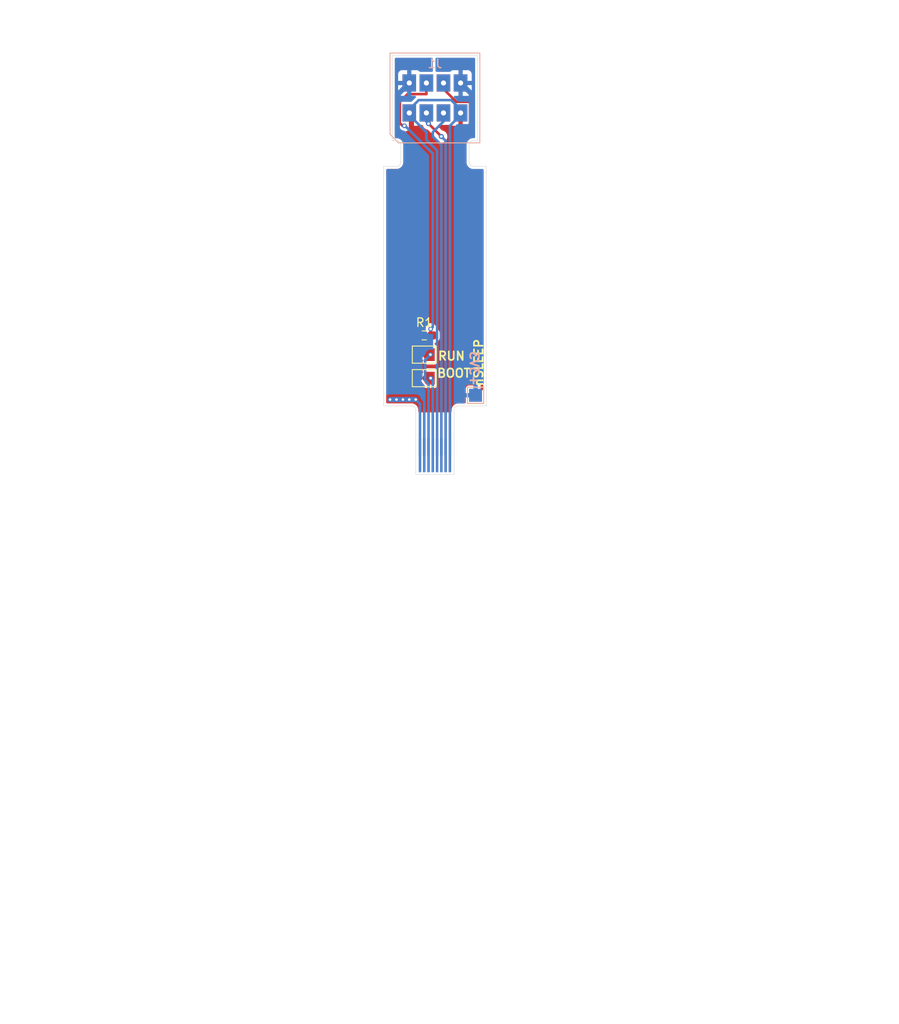
<source format=kicad_pcb>
(kicad_pcb (version 20221018) (generator pcbnew)
  (layers (0 "F.Cu" signal) (31 "B.Cu" signal) (34 "B.Paste" user) (35 "F.Paste" user) (36 "B.SilkS" user "B.Silkscreen") (37 "F.SilkS" user "F.Silkscreen") (38 "B.Mask" user) (39 "F.Mask" user) (44 "Edge.Cuts" user))
  (net 0 "")
  (net 1 "GND")
  (net 2 "+5V")
  (net 3 "Net-(J1-BOARD_ID)")
  (net 4 "+3V3")
  (net 5 "/SLEEP")
  (net 6 "/BOOT")
  (net 7 "/RUN")
  (net 8 "/USB_N")
  (net 9 "/USB_P")
  (footprint "Resistor_SMD:R_0603_1608Metric_Pad0.98x0.95mm_HandSolder" (layer "F.Cu") (at 124.25 73.25 180)
    (fp_text reference "R1" (at 0 1.5) (layer "F.SilkS"))
    (fp_text value "DNP")
    (fp_line (start -0.254724 -0.5225) (end 0.254724 -0.5225) (stroke (width 0.12)) (layer "F.SilkS"))
    (fp_line (start -0.254724 0.5225) (end 0.254724 0.5225) (stroke (width 0.12)) (layer "F.SilkS"))
    (pad "1" smd roundrect (at -0.9125 0 180) (size 0.975 0.95) (layers "F.Cu" "F.Paste" "F.Mask") (net 3 "Net-(J1-BOARD_ID)"))
    (pad "2" smd roundrect (at 0.9125 0 180) (size 0.975 0.95) (layers "F.Cu" "F.Paste" "F.Mask") (net 1 "GND"))
  )
  (footprint "TestPoint:TestPoint_Pad_1.5x1.5mm" (layer "F.Cu") (at 130.25 80.25)
    (fp_text reference "TP1" hide)
    (fp_text value "TestPoint")
    (fp_line (start -0.95 -0.95) (end 0.95 -0.95) (stroke (width 0.12)) (layer "F.SilkS"))
    (fp_line (start -0.95 0.95) (end -0.95 -0.95) (stroke (width 0.12)) (layer "F.SilkS"))
    (fp_line (start 0.95 -0.95) (end 0.95 0.95) (stroke (width 0.12)) (layer "F.SilkS"))
    (fp_line (start 0.95 0.95) (end -0.95 0.95) (stroke (width 0.12)) (layer "F.SilkS"))
    (pad "1" smd rect (at 0 0) (size 1.5 1.5) (layers "F.Cu" "F.Mask") (net 5 "/SLEEP"))
  )
  (footprint "Jumper:SolderJumper-2_P1.3mm_Open_TrianglePad1.0x1.5mm" (layer "F.Cu") (at 124.25 78.25 180)
    (fp_text reference "JP2" hide)
    (fp_text value "SolderJumper_2_Open" hide)
    (fp_line (start -1.4 -1) (end 1.4 -1) (stroke (width 0.12)) (layer "F.SilkS"))
    (fp_line (start -1.4 1) (end -1.4 -1) (stroke (width 0.12)) (layer "F.SilkS"))
    (fp_line (start 1.4 -1) (end 1.4 1) (stroke (width 0.12)) (layer "F.SilkS"))
    (fp_line (start 1.4 1) (end -1.4 1) (stroke (width 0.12)) (layer "F.SilkS"))
    (pad "1" smd custom (at -0.725 0 180) (size 0.3 0.3) (layers "F.Cu" "F.Mask") (net 6 "/BOOT") (options (clearance outline) (anchor rect)) (primitives (gr_poly (pts (xy 1 0) (xy 0.5 0.75) (xy -0.5 0.75) (xy -0.5 -0.75) (xy 0.5 -0.75)) (width 0) (fill yes))))
    (pad "2" smd custom (at 0.725 0 180) (size 0.3 0.3) (layers "F.Cu" "F.Mask") (net 1 "GND") (options (clearance outline) (anchor rect)) (primitives (gr_poly (pts (xy 0.5 0.75) (xy -0.65 0.75) (xy -0.15 0) (xy -0.65 -0.75) (xy 0.5 -0.75)) (width 0) (fill yes))))
  )
  (footprint "Jumper:SolderJumper-2_P1.3mm_Open_TrianglePad1.0x1.5mm" (layer "F.Cu") (at 124.25 75.5 180)
    (fp_text reference "JP1" hide)
    (fp_text value "SolderJumper_2_Open" hide)
    (fp_line (start -1.4 -1) (end 1.4 -1) (stroke (width 0.12)) (layer "F.SilkS"))
    (fp_line (start -1.4 1) (end -1.4 -1) (stroke (width 0.12)) (layer "F.SilkS"))
    (fp_line (start 1.4 -1) (end 1.4 1) (stroke (width 0.12)) (layer "F.SilkS"))
    (fp_line (start 1.4 1) (end -1.4 1) (stroke (width 0.12)) (layer "F.SilkS"))
    (pad "1" smd custom (at -0.725 0 180) (size 0.3 0.3) (layers "F.Cu" "F.Mask") (net 7 "/RUN") (options (clearance outline) (anchor rect)) (primitives (gr_poly (pts (xy 1 0) (xy 0.5 0.75) (xy -0.5 0.75) (xy -0.5 -0.75) (xy 0.5 -0.75)) (width 0) (fill yes))))
    (pad "2" smd custom (at 0.725 0 180) (size 0.3 0.3) (layers "F.Cu" "F.Mask") (net 1 "GND") (options (clearance outline) (anchor rect)) (primitives (gr_poly (pts (xy 0.5 0.75) (xy -0.65 0.75) (xy -0.15 0) (xy -0.65 -0.75) (xy 0.5 -0.75)) (width 0) (fill yes))))
  )
  (footprint "fw16_epaper:PogoPads_2x4_P2.0mm_FPC" (layer "B.Cu") (at 125.5 45.5 180)
    (fp_text reference "J1" (at 0 4 180) (layer "B.SilkS") (effects (justify mirror)))
    (fp_text value "~")
    (fp_line (start -5.25 -5.25) (end -5.25 5.25) (stroke (width 0.12)) (layer "B.SilkS"))
    (fp_line (start -5.25 5.25) (end 5.25 5.25) (stroke (width 0.12)) (layer "B.SilkS"))
    (fp_line (start 4.25 -5.25) (end -5.25 -5.25) (stroke (width 0.12)) (layer "B.SilkS"))
    (fp_line (start 4.25 -5.25) (end 5.25 -4.25) (stroke (width 0.12)) (layer "B.SilkS"))
    (fp_line (start 5.25 5.25) (end 5.25 -4.25) (stroke (width 0.12)) (layer "B.SilkS"))
    (pad "1" thru_hole rect (at 3 -1.75 180) (size 1.6 2) (drill 0.6) (property pad_prop_testpoint) (layers "*.Cu" "B.Mask") (net 1 "GND"))
    (pad "2" thru_hole rect (at 3 1.75 180) (size 1.6 2) (drill 0.6) (property pad_prop_testpoint) (layers "*.Cu" "B.Mask") (net 2 "+5V"))
    (pad "3" thru_hole rect (at 1 -1.75 180) (size 1.6 2) (drill 0.6) (property pad_prop_testpoint) (layers "*.Cu" "B.Mask") (net 8 "/USB_N"))
    (pad "4" thru_hole rect (at 1 1.75 180) (size 1.6 2) (drill 0.6) (property pad_prop_testpoint) (layers "*.Cu" "B.Mask") (net 3 "Net-(J1-BOARD_ID)"))
    (pad "5" thru_hole rect (at -1 -1.75 180) (size 1.6 2) (drill 0.6) (property pad_prop_testpoint) (layers "*.Cu" "B.Mask") (net 9 "/USB_P"))
    (pad "6" thru_hole rect (at -1 1.75 180) (size 1.6 2) (drill 0.6) (property pad_prop_testpoint) (layers "*.Cu" "B.Mask") (net 5 "/SLEEP"))
    (pad "7" thru_hole rect (at -3 -1.75 180) (size 1.6 2) (drill 0.6) (property pad_prop_testpoint) (layers "*.Cu" "B.Mask") (net 1 "GND"))
    (pad "8" thru_hole rect (at -3 1.75 180) (size 1.6 2) (drill 0.6) (property pad_prop_testpoint) (layers "*.Cu" "B.Mask") (net 4 "+3V3"))
  )
  (footprint "TestPoint:TestPoint_Pad_1.5x1.5mm" (layer "B.Cu") (at 130.25 80.25 180)
    (fp_text reference "TP2" hide)
    (fp_text value "TestPoint")
    (fp_line (start -0.95 -0.95) (end -0.95 0.95) (stroke (width 0.12)) (layer "B.SilkS"))
    (fp_line (start -0.95 0.95) (end 0.95 0.95) (stroke (width 0.12)) (layer "B.SilkS"))
    (fp_line (start 0.95 -0.95) (end -0.95 -0.95) (stroke (width 0.12)) (layer "B.SilkS"))
    (fp_line (start 0.95 0.95) (end 0.95 -0.95) (stroke (width 0.12)) (layer "B.SilkS"))
    (pad "1" smd rect (at 0 0 180) (size 1.5 1.5) (layers "B.Cu" "B.Mask") (net 4 "+3V3"))
  )
  (footprint "fw16_epaper:GoldFingersRP2040Tiny" (layer "B.Cu") (at 125.5 87.25 180)
    (fp_text reference "J2" hide)
    (fp_text value "Conn_01x08_Pin" hide)
    (pad "1" smd rect (at -1.75 0) (size 0.3 4) (layers "B.Cu" "B.Paste" "B.Mask") (net 1 "GND"))
    (pad "2" smd rect (at -1.25 0) (size 0.3 4) (layers "B.Cu" "B.Paste" "B.Mask") (net 8 "/USB_N"))
    (pad "3" smd rect (at -0.75 0) (size 0.3 4) (layers "B.Cu" "B.Paste" "B.Mask") (net 9 "/USB_P"))
    (pad "4" smd rect (at -0.25 0) (size 0.3 4) (layers "B.Cu" "B.Paste" "B.Mask") (net 1 "GND"))
    (pad "5" smd rect (at 0.25 0) (size 0.3 4) (layers "B.Cu" "B.Paste" "B.Mask") (net 6 "/BOOT"))
    (pad "6" smd rect (at 0.75 0) (size 0.3 4) (layers "B.Cu" "B.Paste" "B.Mask") (net 7 "/RUN"))
    (pad "7" smd rect (at 1.25 0) (size 0.3 4) (layers "B.Cu" "B.Paste" "B.Mask") (net 2 "+5V"))
    (pad "8" smd rect (at 1.75 0) (size 0.3 4) (layers "B.Cu" "B.Paste" "B.Mask") (net 1 "GND"))
  )
  (gr_line (start 130.5 50.5) (end 130.5 40.5) (stroke (width 0.05)) (layer "Edge.Cuts"))
  (gr_line (start 119.5 53.5) (end 119.5 81.5) (stroke (width 0.05)) (layer "Edge.Cuts"))
  (gr_line (start 131.5 81.5) (end 128.25 81.5) (stroke (width 0.05)) (layer "Edge.Cuts"))
  (gr_arc (start 127.75 82) (mid 127.896447 81.646447) (end 128.25 81.5) (stroke (width 0.05)) (layer "Edge.Cuts"))
  (gr_line (start 121 53.5) (end 119.5 53.5) (stroke (width 0.05)) (layer "Edge.Cuts"))
  (gr_line (start 130.5 40.5) (end 120.5 40.5) (stroke (width 0.05)) (layer "Edge.Cuts"))
  (gr_arc (start 130 53.5) (mid 129.646447 53.353553) (end 129.5 53) (stroke (width 0.05)) (layer "Edge.Cuts"))
  (gr_line (start 120.5 40.5) (end 120.5 50.5) (stroke (width 0.05)) (layer "Edge.Cuts"))
  (gr_line (start 131.5 53.5) (end 130 53.5) (stroke (width 0.05)) (layer "Edge.Cuts"))
  (gr_line (start 122.75 81.5) (end 119.5 81.5) (stroke (width 0.05)) (layer "Edge.Cuts"))
  (gr_line (start 123.25 89.5) (end 127.75 89.5) (stroke (width 0.05)) (layer "Edge.Cuts"))
  (gr_line (start 120.5 50.5) (end 121 50.5) (stroke (width 0.05)) (layer "Edge.Cuts"))
  (gr_arc (start 129.5 51) (mid 129.646447 50.646447) (end 130 50.5) (stroke (width 0.05)) (layer "Edge.Cuts"))
  (gr_line (start 121.5 51) (end 121.5 53) (stroke (width 0.05)) (layer "Edge.Cuts"))
  (gr_arc (start 121.5 53) (mid 121.353553 53.353553) (end 121 53.5) (stroke (width 0.05)) (layer "Edge.Cuts"))
  (gr_line (start 123.25 89.5) (end 123.25 82) (stroke (width 0.05)) (layer "Edge.Cuts"))
  (gr_line (start 129.5 51) (end 129.5 53) (stroke (width 0.05)) (layer "Edge.Cuts"))
  (gr_line (start 131.5 53.5) (end 131.5 81.5) (stroke (width 0.05)) (layer "Edge.Cuts"))
  (gr_line (start 130 50.5) (end 130.5 50.5) (stroke (width 0.05)) (layer "Edge.Cuts"))
  (gr_arc (start 121 50.5) (mid 121.353553 50.646447) (end 121.5 51) (stroke (width 0.05)) (layer "Edge.Cuts"))
  (gr_line (start 127.75 89.5) (end 127.75 82) (stroke (width 0.05)) (layer "Edge.Cuts"))
  (gr_arc (start 122.75 81.5) (mid 123.103553 81.646447) (end 123.25 82) (stroke (width 0.05)) (layer "Edge.Cuts"))
  (gr_text "+3V3" (at 129.5 79.25 -90) (layer "B.SilkS") (effects (font (size 1 1) (thickness 0.2) bold) (justify left bottom mirror)))
  (gr_text "RUN" (at 125.75 76.25) (layer "F.SilkS") (effects (font (size 1 1) (thickness 0.2) bold) (justify left bottom)))
  (gr_text "BOOT" (at 125.65 78.25) (layer "F.SilkS") (effects (font (size 1 1) (thickness 0.2)) (justify left bottom)))
  (gr_text "nSLEEP" (at 131.2 79.3 90) (layer "F.SilkS") (effects (font (size 1 1) (thickness 0.2)) (justify left bottom)))
  (segment (start 122.75 47.5) (end 122.75 51.499986) (width 0.6) (layer "F.Cu") (net 1))
  (segment (start 123.525 73.4375) (end 123.3375 73.25) (width 0.3) (layer "F.Cu") (net 1))
  (segment (start 123.5 76.5) (end 123.525 76.475) (width 0.3) (layer "F.Cu") (net 1))
  (segment (start 122.5 47.25) (end 122.75 47.5) (width 0.6) (layer "F.Cu") (net 1))
  (segment (start 122.75 51.499986) (end 122.749986 51.5) (width 0.6) (layer "F.Cu") (net 1))
  (segment (start 123.525 75.5) (end 123.525 73.4375) (width 0.3) (layer "F.Cu") (net 1))
  (segment (start 123.525 78.25) (end 123.5 78.225) (width 0.3) (layer "F.Cu") (net 1))
  (segment (start 123.525 76.475) (end 123.525 75.5) (width 0.3) (layer "F.Cu") (net 1))
  (segment (start 123.5 78.225) (end 123.5 76.5) (width 0.3) (layer "F.Cu") (net 1))
  (via (at 120.25 80.75) (size 0.55) (drill 0.3) (layers "F.Cu" "B.Cu") (net 1))
  (via (at 123.25 80.75) (size 0.55) (drill 0.3) (layers "F.Cu" "B.Cu") (net 1))
  (via (at 121 80.75) (size 0.55) (drill 0.3) (layers "F.Cu" "B.Cu") (net 1))
  (via (at 122.5 80.75) (size 0.55) (drill 0.3) (layers "F.Cu" "B.Cu") (net 1))
  (via (at 121.75 80.75) (size 0.55) (drill 0.3) (layers "F.Cu" "B.Cu") (net 1))
  (segment (start 123.75 87.25) (end 123.75 81.25) (width 0.3) (layer "B.Cu") (net 1))
  (segment (start 122.5 47.5) (end 124.5 49.5) (width 0.3) (layer "B.Cu") (net 1))
  (segment (start 123.6 45.75) (end 122.5 46.85) (width 0.3) (layer "B.Cu") (net 1))
  (segment (start 128.5 47.25) (end 128.5 46.85) (width 0.3) (layer "B.Cu") (net 1))
  (segment (start 127.25 48.75) (end 128.5 47.5) (width 0.3) (layer "B.Cu") (net 1))
  (segment (start 127.4 45.75) (end 123.6 45.75) (width 0.3) (layer "B.Cu") (net 1))
  (segment (start 127.25 87.25) (end 127.25 48.75) (width 0.3) (layer "B.Cu") (net 1))
  (segment (start 122.5 47.25) (end 122.5 47.5) (width 0.3) (layer "B.Cu") (net 1))
  (segment (start 124.5 49.5) (end 124.5 50.386396) (width 0.3) (layer "B.Cu") (net 1))
  (segment (start 124.5 50.386396) (end 125.75 51.636396) (width 0.3) (layer "B.Cu") (net 1))
  (segment (start 128.5 46.85) (end 127.4 45.75) (width 0.3) (layer "B.Cu") (net 1))
  (segment (start 123.25 80.75) (end 120.25 80.75) (width 0.6) (layer "B.Cu") (net 1))
  (segment (start 128.5 47.5) (end 128.5 47.25) (width 0.3) (layer "B.Cu") (net 1))
  (segment (start 122.5 46.85) (end 122.5 47.25) (width 0.3) (layer "B.Cu") (net 1))
  (segment (start 123.75 81.25) (end 123.25 80.75) (width 0.3) (layer "B.Cu") (net 1))
  (segment (start 125.75 51.636396) (end 125.75 87.25) (width 0.3) (layer "B.Cu") (net 1))
  (segment (start 124.25 82) (end 124.25 79.75) (width 0.3) (layer "B.Cu") (net 2))
  (segment (start 123.75 52.125) (end 121.1 49.475) (width 0.6) (layer "B.Cu") (net 2))
  (segment (start 121.1 49.475) (end 121.1 45.15) (width 0.6) (layer "B.Cu") (net 2))
  (segment (start 124.25 87.25) (end 124.25 82) (width 0.3) (layer "B.Cu") (net 2))
  (segment (start 123.25 78.75) (end 123.75 78.25) (width 0.6) (layer "B.Cu") (net 2))
  (segment (start 124.25 79.75) (end 123.25 78.75) (width 0.3) (layer "B.Cu") (net 2))
  (segment (start 121.1 45.15) (end 122.5 43.75) (width 0.6) (layer "B.Cu") (net 2))
  (segment (start 123.75 78.25) (end 123.75 52.125) (width 0.6) (layer "B.Cu") (net 2))
  (segment (start 125 73.0875) (end 125.1625 73.25) (width 0.3) (layer "F.Cu") (net 3))
  (segment (start 121.700911 48.75) (end 121.92503 48.75) (width 0.3) (layer "F.Cu") (net 3))
  (segment (start 125 72.5) (end 125 73.0875) (width 0.3) (layer "F.Cu") (net 3))
  (segment (start 124.5 43.75) (end 124.5 45.05) (width 0.3) (layer "F.Cu") (net 3))
  (segment (start 122.3 45.05) (end 121.4 45.95) (width 0.3) (layer "F.Cu") (net 3))
  (segment (start 121.4 45.95) (end 121.4 48.449089) (width 0.3) (layer "F.Cu") (net 3))
  (segment (start 121.4 48.449089) (end 121.700911 48.75) (width 0.3) (layer "F.Cu") (net 3))
  (segment (start 124.5 45.05) (end 122.3 45.05) (width 0.3) (layer "F.Cu") (net 3))
  (via (at 125 72.5) (size 0.55) (drill 0.3) (layers "F.Cu" "B.Cu") (net 3))
  (via (at 121.92503 48.75) (size 0.55) (drill 0.3) (layers "F.Cu" "B.Cu") (net 3))
  (segment (start 121.92503 48.75) (end 122 48.75) (width 0.3) (layer "B.Cu") (net 3))
  (segment (start 122 48.75) (end 125.25 52) (width 0.3) (layer "B.Cu") (net 3))
  (segment (start 125.25 52) (end 125.25 72.25) (width 0.3) (layer "B.Cu") (net 3))
  (segment (start 125.25 72.25) (end 125 72.5) (width 0.3) (layer "B.Cu") (net 3))
  (segment (start 128.5 43.75) (end 129.75 45) (width 0.6) (layer "B.Cu") (net 4))
  (segment (start 128.75 50.25) (end 128.75 80.5) (width 0.6) (layer "B.Cu") (net 4))
  (segment (start 129.75 45) (end 129.75 49.25) (width 0.6) (layer "B.Cu") (net 4))
  (segment (start 129.75 49.25) (end 128.75 50.25) (width 0.6) (layer "B.Cu") (net 4))
  (segment (start 129 53.5) (end 131 55.5) (width 0.3) (layer "F.Cu") (net 5))
  (segment (start 126.5 43.75) (end 126.5 44.45) (width 0.3) (layer "F.Cu") (net 5))
  (segment (start 126.5 44.45) (end 128 45.95) (width 0.3) (layer "F.Cu") (net 5))
  (segment (start 129 50.22092) (end 129 53.5) (width 0.3) (layer "F.Cu") (net 5))
  (segment (start 131 79.5) (end 130.25 80.25) (width 0.3) (layer "F.Cu") (net 5))
  (segment (start 128 45.95) (end 129.6 45.95) (width 0.3) (layer "F.Cu") (net 5))
  (segment (start 131 55.5) (end 131 79.5) (width 0.3) (layer "F.Cu") (net 5))
  (segment (start 129.6 45.95) (end 129.6 49.62092) (width 0.3) (layer "F.Cu") (net 5))
  (segment (start 129.6 49.62092) (end 129 50.22092) (width 0.3) (layer "F.Cu") (net 5))
  (via (at 125 78.249978) (size 0.55) (drill 0.3) (layers "F.Cu" "B.Cu") (net 6))
  (segment (start 125.25 78.499978) (end 125 78.249978) (width 0.3) (layer "B.Cu") (net 6))
  (segment (start 125.25 87.25) (end 125.25 78.499978) (width 0.3) (layer "B.Cu") (net 6))
  (via (at 124.975 75.5) (size 0.55) (drill 0.3) (layers "F.Cu" "B.Cu") (net 7))
  (segment (start 124.75 87.25) (end 124.75 78.898528) (width 0.3) (layer "B.Cu") (net 7))
  (segment (start 124.35 78.498528) (end 124.35 76.125) (width 0.3) (layer "B.Cu") (net 7))
  (segment (start 124.75 78.898528) (end 124.35 78.498528) (width 0.3) (layer "B.Cu") (net 7))
  (segment (start 124.35 76.125) (end 124.975 75.5) (width 0.3) (layer "B.Cu") (net 7))
  (segment (start 124.75 48.5) (end 124.75 48.499988) (width 0.3) (layer "F.Cu") (net 8))
  (segment (start 126.25 50) (end 124.75 48.5) (width 0.3) (layer "F.Cu") (net 8))
  (via (at 126.25 50) (size 0.6) (drill 0.3) (layers "F.Cu" "B.Cu") (net 8))
  (via (at 124.75 48.499988) (size 0.6) (drill 0.3) (layers "F.Cu" "B.Cu") (net 8))
  (segment (start 124.5 47.25) (end 124.5 48.249988) (width 0.3) (layer "B.Cu") (net 8))
  (segment (start 124.5 48.249988) (end 124.75 48.499988) (width 0.3) (layer "B.Cu") (net 8))
  (segment (start 126.75 50.5) (end 126.25 50) (width 0.3) (layer "B.Cu") (net 8))
  (segment (start 126.75 87.25) (end 126.75 50.5) (width 0.3) (layer "B.Cu") (net 8))
  (segment (start 126.25 51) (end 125.25 50) (width 0.3) (layer "B.Cu") (net 9))
  (segment (start 125.25 50) (end 125.25 49.5) (width 0.3) (layer "B.Cu") (net 9))
  (segment (start 126.5 48.25) (end 126.5 47.25) (width 0.3) (layer "B.Cu") (net 9))
  (segment (start 126.25 87.25) (end 126.25 51) (width 0.3) (layer "B.Cu") (net 9))
  (segment (start 125.25 49.5) (end 126.5 48.25) (width 0.3) (layer "B.Cu") (net 9))
  (zone (net 1) (net_name "GND") (layer "F.Cu") (name "GND") (priority 1) (connect_pads (clearance 0.4)) (min_thickness 0.25) (fill yes (thermal_gap 0.5) (thermal_bridge_width 0.5) (smoothing chamfer) (radius 0.3))
    (polygon (pts (xy 119.5 45) (xy 131.5 45) (xy 131.5 82.25) (xy 119.5 82.25)))
  )
  (zone (net 2) (net_name "+5V") (layer "B.Cu") (priority 2) (connect_pads (clearance 0.3)) (min_thickness 0.25) (fill yes (thermal_gap 0.5) (thermal_bridge_width 0.5))
    (polygon (pts (xy 125.25 40.5) (xy 125.5 82.25) (xy 119.5 82.25) (xy 119.5 40.5)))
  )
  (zone (net 4) (net_name "+3V3") (layer "B.Cu") (priority 1) (connect_pads (clearance 0.3)) (min_thickness 0.25) (fill yes (thermal_gap 0.5) (thermal_bridge_width 0.5) (smoothing chamfer) (radius 0.3))
    (polygon (pts (xy 131.5 40.5) (xy 125.25 40.5) (xy 125.5 82.25) (xy 131.5 82.25)))
  )
)
</source>
